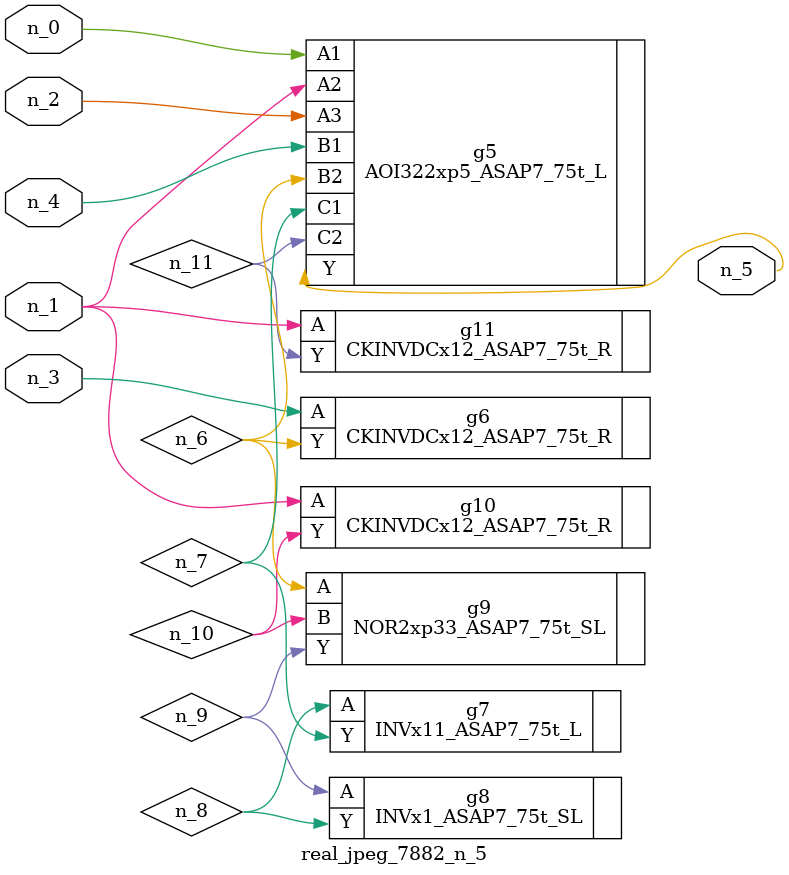
<source format=v>
module real_jpeg_7882_n_5 (n_4, n_0, n_1, n_2, n_3, n_5);

input n_4;
input n_0;
input n_1;
input n_2;
input n_3;

output n_5;

wire n_8;
wire n_11;
wire n_6;
wire n_7;
wire n_10;
wire n_9;

AOI322xp5_ASAP7_75t_L g5 ( 
.A1(n_0),
.A2(n_1),
.A3(n_2),
.B1(n_4),
.B2(n_6),
.C1(n_7),
.C2(n_11),
.Y(n_5)
);

CKINVDCx12_ASAP7_75t_R g10 ( 
.A(n_1),
.Y(n_10)
);

CKINVDCx12_ASAP7_75t_R g11 ( 
.A(n_1),
.Y(n_11)
);

CKINVDCx12_ASAP7_75t_R g6 ( 
.A(n_3),
.Y(n_6)
);

NOR2xp33_ASAP7_75t_SL g9 ( 
.A(n_6),
.B(n_10),
.Y(n_9)
);

INVx11_ASAP7_75t_L g7 ( 
.A(n_8),
.Y(n_7)
);

INVx1_ASAP7_75t_SL g8 ( 
.A(n_9),
.Y(n_8)
);


endmodule
</source>
